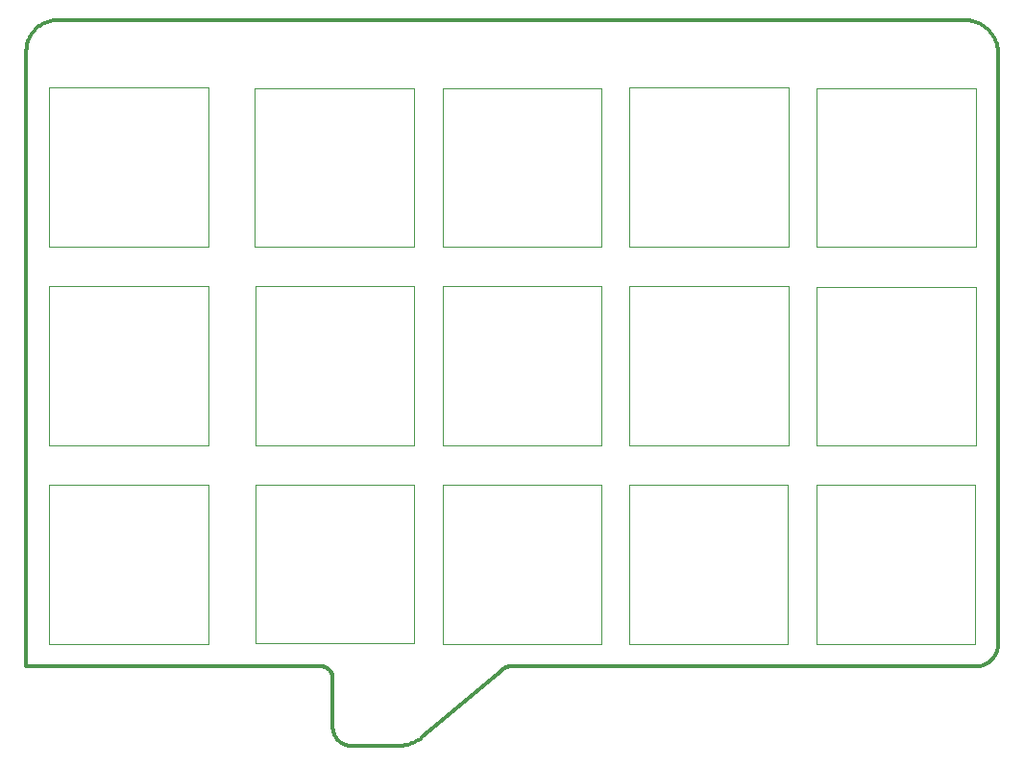
<source format=gko>
%TF.GenerationSoftware,KiCad,Pcbnew,(6.0.6)*%
%TF.CreationDate,2022-09-19T19:52:02+09:00*%
%TF.ProjectId,split-mini_top__1,73706c69-742d-46d6-996e-695f746f705f,rev?*%
%TF.SameCoordinates,Original*%
%TF.FileFunction,Profile,NP*%
%FSLAX46Y46*%
G04 Gerber Fmt 4.6, Leading zero omitted, Abs format (unit mm)*
G04 Created by KiCad (PCBNEW (6.0.6)) date 2022-09-19 19:52:02*
%MOMM*%
%LPD*%
G01*
G04 APERTURE LIST*
%TA.AperFunction,Profile*%
%ADD10C,0.349999*%
%TD*%
%TA.AperFunction,Profile*%
%ADD11C,0.120000*%
%TD*%
G04 APERTURE END LIST*
D10*
X106588712Y-23174091D02*
X106620048Y-23313056D01*
X106550684Y-23037060D02*
X106588712Y-23174091D01*
X106676490Y-75980373D02*
X106676460Y-75198215D01*
X106676490Y-75980373D02*
X106676490Y-75980373D01*
X106673900Y-76082711D02*
X106676490Y-75980373D01*
X106666217Y-76183706D02*
X106673900Y-76082711D01*
X106653568Y-76283232D02*
X106666217Y-76183706D01*
X106636076Y-76381165D02*
X106653568Y-76283232D01*
X106613868Y-76477379D02*
X106636076Y-76381165D01*
X106587067Y-76571750D02*
X106613868Y-76477379D01*
X106555799Y-76664152D02*
X106587067Y-76571750D01*
X106520189Y-76754462D02*
X106555799Y-76664152D01*
X106480362Y-76842553D02*
X106520189Y-76754462D01*
X106436442Y-76928301D02*
X106480362Y-76842553D01*
X106388555Y-77011580D02*
X106436442Y-76928301D01*
X106336825Y-77092267D02*
X106388555Y-77011580D01*
X106281378Y-77170236D02*
X106336825Y-77092267D01*
X106222339Y-77245362D02*
X106281378Y-77170236D01*
X106159832Y-77317520D02*
X106222339Y-77245362D01*
X106093982Y-77386585D02*
X106159832Y-77317520D01*
X106024915Y-77452432D02*
X106093982Y-77386585D01*
X105952755Y-77514937D02*
X106024915Y-77452432D01*
X105877627Y-77573974D02*
X105952755Y-77514937D01*
X105799656Y-77629418D02*
X105877627Y-77573974D01*
X105718968Y-77681145D02*
X105799656Y-77629418D01*
X105635686Y-77729029D02*
X105718968Y-77681145D01*
X105549937Y-77772945D02*
X105635686Y-77729029D01*
X105461844Y-77812769D02*
X105549937Y-77772945D01*
X105371534Y-77848376D02*
X105461844Y-77812769D01*
X105279130Y-77879640D02*
X105371534Y-77848376D01*
X105184759Y-77906437D02*
X105279130Y-77879640D01*
X105088544Y-77928642D02*
X105184759Y-77906437D01*
X104990611Y-77946130D02*
X105088544Y-77928642D01*
X104891084Y-77958775D02*
X104990611Y-77946130D01*
X104790089Y-77966454D02*
X104891084Y-77958775D01*
X104687751Y-77969040D02*
X104790089Y-77966454D01*
X104687751Y-77969040D02*
X104687751Y-77969040D01*
X63738792Y-77969074D02*
X104687751Y-77969040D01*
X63738792Y-77969074D02*
X63738792Y-77969074D01*
X63684204Y-77970280D02*
X63738792Y-77969074D01*
X63629912Y-77973889D02*
X63684204Y-77970280D01*
X63575990Y-77979873D02*
X63629912Y-77973889D01*
X63522511Y-77988206D02*
X63575990Y-77979873D01*
X63469550Y-77998861D02*
X63522511Y-77988206D01*
X63417179Y-78011810D02*
X63469550Y-77998861D01*
X63365474Y-78027026D02*
X63417179Y-78011810D01*
X63314507Y-78044482D02*
X63365474Y-78027026D01*
X63264353Y-78064151D02*
X63314507Y-78044482D01*
X63215085Y-78086006D02*
X63264353Y-78064151D01*
X63166777Y-78110020D02*
X63215085Y-78086006D01*
X63119504Y-78136166D02*
X63166777Y-78110020D01*
X63073337Y-78164416D02*
X63119504Y-78136166D01*
X63028352Y-78194744D02*
X63073337Y-78164416D01*
X62984623Y-78227122D02*
X63028352Y-78194744D01*
X62942222Y-78261524D02*
X62984623Y-78227122D01*
X62942222Y-78261524D02*
X62942222Y-78261524D01*
X55995387Y-84158474D02*
X62942222Y-78261524D01*
X55995387Y-84158474D02*
X55995387Y-84158474D01*
X55877891Y-84253813D02*
X55995387Y-84158474D01*
X55756712Y-84343545D02*
X55877891Y-84253813D01*
X55632055Y-84427595D02*
X55756712Y-84343545D01*
X55504124Y-84505888D02*
X55632055Y-84427595D01*
X55373124Y-84578349D02*
X55504124Y-84505888D01*
X55239258Y-84644903D02*
X55373124Y-84578349D01*
X55102732Y-84705475D02*
X55239258Y-84644903D01*
X54963750Y-84759990D02*
X55102732Y-84705475D01*
X54822516Y-84808372D02*
X54963750Y-84759990D01*
X54679235Y-84850547D02*
X54822516Y-84808372D01*
X54534110Y-84886439D02*
X54679235Y-84850547D01*
X54387347Y-84915974D02*
X54534110Y-84886439D01*
X54239150Y-84939076D02*
X54387347Y-84915974D01*
X54089723Y-84955670D02*
X54239150Y-84939076D01*
X53939271Y-84965682D02*
X54089723Y-84955670D01*
X53787998Y-84969036D02*
X53939271Y-84965682D01*
X53787998Y-84969036D02*
X53787998Y-84969036D01*
X49678930Y-84969074D02*
X53787998Y-84969036D01*
X49678930Y-84969074D02*
X49678930Y-84969074D01*
X49596988Y-84967043D02*
X49678930Y-84969074D01*
X49515603Y-84960988D02*
X49596988Y-84967043D01*
X49434910Y-84950965D02*
X49515603Y-84960988D01*
X49355044Y-84937030D02*
X49434910Y-84950965D01*
X49276141Y-84919238D02*
X49355044Y-84937030D01*
X49198336Y-84897647D02*
X49276141Y-84919238D01*
X49121764Y-84872313D02*
X49198336Y-84897647D01*
X49046561Y-84843290D02*
X49121764Y-84872313D01*
X48972862Y-84810636D02*
X49046561Y-84843290D01*
X48900803Y-84774407D02*
X48972862Y-84810636D01*
X48830519Y-84734658D02*
X48900803Y-84774407D01*
X48762145Y-84691446D02*
X48830519Y-84734658D01*
X48695818Y-84644827D02*
X48762145Y-84691446D01*
X48631672Y-84594857D02*
X48695818Y-84644827D01*
X48569842Y-84541592D02*
X48631672Y-84594857D01*
X48510465Y-84485088D02*
X48569842Y-84541592D01*
X48510465Y-84485088D02*
X48510465Y-84485088D01*
X48453960Y-84425711D02*
X48510465Y-84485088D01*
X48400693Y-84363881D02*
X48453960Y-84425711D01*
X48350722Y-84299735D02*
X48400693Y-84363881D01*
X48304101Y-84233407D02*
X48350722Y-84299735D01*
X48260888Y-84165033D02*
X48304101Y-84233407D01*
X48221138Y-84094747D02*
X48260888Y-84165033D01*
X48184908Y-84022687D02*
X48221138Y-84094747D01*
X48152252Y-83948986D02*
X48184908Y-84022687D01*
X48123229Y-83873781D02*
X48152252Y-83948986D01*
X48097893Y-83797207D02*
X48123229Y-83873781D01*
X48076301Y-83719398D02*
X48097893Y-83797207D01*
X48058510Y-83640491D02*
X48076301Y-83719398D01*
X48044574Y-83560621D02*
X48058510Y-83640491D01*
X48034550Y-83479923D02*
X48044574Y-83560621D01*
X48028495Y-83398533D02*
X48034550Y-83479923D01*
X48026464Y-83316585D02*
X48028495Y-83398533D01*
X48026464Y-83316585D02*
X48026464Y-83316585D01*
X48026494Y-78995773D02*
X48026464Y-83316585D01*
X48026494Y-78995773D02*
X48026494Y-78995773D01*
X48025232Y-78944859D02*
X48026494Y-78995773D01*
X48021470Y-78894291D02*
X48025232Y-78944859D01*
X48015242Y-78844153D02*
X48021470Y-78894291D01*
X48006583Y-78794529D02*
X48015242Y-78844153D01*
X47995528Y-78745503D02*
X48006583Y-78794529D01*
X47982112Y-78697159D02*
X47995528Y-78745503D01*
X47966370Y-78649581D02*
X47982112Y-78697159D01*
X47948336Y-78602854D02*
X47966370Y-78649581D01*
X47928046Y-78557062D02*
X47948336Y-78602854D01*
X47905534Y-78512288D02*
X47928046Y-78557062D01*
X47880835Y-78468618D02*
X47905534Y-78512288D01*
X47853984Y-78426135D02*
X47880835Y-78468618D01*
X47825016Y-78384923D02*
X47853984Y-78426135D01*
X47793966Y-78345066D02*
X47825016Y-78384923D01*
X47760869Y-78306649D02*
X47793966Y-78345066D01*
X47725759Y-78269756D02*
X47760869Y-78306649D01*
X47725759Y-78269756D02*
X47725759Y-78269756D01*
X47688864Y-78234648D02*
X47725759Y-78269756D01*
X47650446Y-78201551D02*
X47688864Y-78234648D01*
X47610588Y-78170503D02*
X47650446Y-78201551D01*
X47569375Y-78141536D02*
X47610588Y-78170503D01*
X47526890Y-78114686D02*
X47569375Y-78141536D01*
X47483219Y-78089989D02*
X47526890Y-78114686D01*
X47438444Y-78067478D02*
X47483219Y-78089989D01*
X47392651Y-78047189D02*
X47438444Y-78067478D01*
X47345923Y-78029156D02*
X47392651Y-78047189D01*
X47298345Y-78013415D02*
X47345923Y-78029156D01*
X47250000Y-78000000D02*
X47298345Y-78013415D01*
X47200974Y-77988946D02*
X47250000Y-78000000D01*
X47151350Y-77980288D02*
X47200974Y-77988946D01*
X47101211Y-77974061D02*
X47151350Y-77980288D01*
X47050644Y-77970300D02*
X47101211Y-77974061D01*
X46999730Y-77969040D02*
X47050644Y-77970300D01*
X46999730Y-77969040D02*
X46999730Y-77969040D01*
X32022421Y-77969040D02*
X46999730Y-77969040D01*
X106676490Y-23883483D02*
X106676460Y-75198215D01*
X106676490Y-23883483D02*
X106676490Y-23883483D01*
X106672912Y-23739168D02*
X106676490Y-23883483D01*
X106662246Y-23595833D02*
X106672912Y-23739168D01*
X106644592Y-23453717D02*
X106662246Y-23595833D01*
X106620048Y-23313056D02*
X106644592Y-23453717D01*
X106506063Y-22902201D02*
X106550684Y-23037060D01*
X106454947Y-22769752D02*
X106506063Y-22902201D01*
X106397435Y-22639953D02*
X106454947Y-22769752D01*
X106333626Y-22513042D02*
X106397435Y-22639953D01*
X106263618Y-22389258D02*
X106333626Y-22513042D01*
X106187512Y-22268838D02*
X106263618Y-22389258D01*
X106105404Y-22152022D02*
X106187512Y-22268838D01*
X106017395Y-22039047D02*
X106105404Y-22152022D01*
X105923582Y-21930154D02*
X106017395Y-22039047D01*
X105824066Y-21825579D02*
X105923582Y-21930154D01*
X105824066Y-21825579D02*
X105824066Y-21825579D01*
X105719490Y-21726063D02*
X105824066Y-21825579D01*
X105610596Y-21632252D02*
X105719490Y-21726063D01*
X105497621Y-21544243D02*
X105610596Y-21632252D01*
X105380804Y-21462137D02*
X105497621Y-21544243D01*
X105260384Y-21386031D02*
X105380804Y-21462137D01*
X105136598Y-21316025D02*
X105260384Y-21386031D01*
X105009686Y-21252217D02*
X105136598Y-21316025D01*
X104879886Y-21194707D02*
X105009686Y-21252217D01*
X104747437Y-21143592D02*
X104879886Y-21194707D01*
X104612577Y-21098973D02*
X104747437Y-21143592D01*
X104475545Y-21060947D02*
X104612577Y-21098973D01*
X104336579Y-21029613D02*
X104475545Y-21060947D01*
X104195918Y-21005071D02*
X104336579Y-21029613D01*
X104053801Y-20987419D02*
X104195918Y-21005071D01*
X103910465Y-20976755D02*
X104053801Y-20987419D01*
X103766151Y-20973180D02*
X103910465Y-20976755D01*
X103766151Y-20973180D02*
X103766151Y-20973180D01*
X23744193Y-20973183D02*
X103766151Y-20973180D01*
X23744193Y-20973183D02*
X23744193Y-20973183D01*
X23604334Y-20976740D02*
X23744193Y-20973183D01*
X23466311Y-20987255D02*
X23604334Y-20976740D01*
X23330296Y-21004558D02*
X23466311Y-20987255D01*
X23196458Y-21028477D02*
X23330296Y-21004558D01*
X23064970Y-21058842D02*
X23196458Y-21028477D01*
X22936001Y-21095482D02*
X23064970Y-21058842D01*
X22809722Y-21138226D02*
X22936001Y-21095482D01*
X22686304Y-21186904D02*
X22809722Y-21138226D01*
X22565918Y-21241345D02*
X22686304Y-21186904D01*
X22448735Y-21301378D02*
X22565918Y-21241345D01*
X22334925Y-21366832D02*
X22448735Y-21301378D01*
X22224658Y-21437537D02*
X22334925Y-21366832D01*
X22118106Y-21513322D02*
X22224658Y-21437537D01*
X22015440Y-21594016D02*
X22118106Y-21513322D01*
X21916830Y-21679448D02*
X22015440Y-21594016D01*
X21822446Y-21769448D02*
X21916830Y-21679448D01*
X21732460Y-21863845D02*
X21822446Y-21769448D01*
X21647042Y-21962468D02*
X21732460Y-21863845D01*
X21566363Y-22065146D02*
X21647042Y-21962468D01*
X21490594Y-22171709D02*
X21566363Y-22065146D01*
X21419906Y-22281985D02*
X21490594Y-22171709D01*
X21354468Y-22395805D02*
X21419906Y-22281985D01*
X21294452Y-22512997D02*
X21354468Y-22395805D01*
X21240029Y-22633391D02*
X21294452Y-22512997D01*
X21191370Y-22756816D02*
X21240029Y-22633391D01*
X21148644Y-22883101D02*
X21191370Y-22756816D01*
X21112023Y-23012075D02*
X21148644Y-22883101D01*
X21081678Y-23143568D02*
X21112023Y-23012075D01*
X21057778Y-23277408D02*
X21081678Y-23143568D01*
X21040496Y-23413426D02*
X21057778Y-23277408D01*
X21026466Y-23691310D02*
X21040496Y-23413426D01*
X21026466Y-23691310D02*
X21026466Y-23691310D01*
X21026466Y-77969040D02*
X21026466Y-23691310D01*
X21026466Y-77969040D02*
X21026466Y-77969040D01*
X32022421Y-77969040D02*
X21026466Y-77969040D01*
D11*
%TO.C,SW6*%
X23040000Y-44460000D02*
X23040000Y-58460000D01*
X23040000Y-58460000D02*
X37040000Y-58460000D01*
X37040000Y-44460000D02*
X23040000Y-44460000D01*
X37040000Y-58460000D02*
X37040000Y-44460000D01*
%TO.C,SW11*%
X37050000Y-61960000D02*
X23050000Y-61960000D01*
X23050000Y-61960000D02*
X23050000Y-75960000D01*
X37050000Y-75960000D02*
X37050000Y-61960000D01*
X23050000Y-75960000D02*
X37050000Y-75960000D01*
%TO.C,SW9*%
X74170000Y-44460000D02*
X74170000Y-58460000D01*
X88170000Y-58460000D02*
X88170000Y-44460000D01*
X88170000Y-44460000D02*
X74170000Y-44460000D01*
X74170000Y-58460000D02*
X88170000Y-58460000D01*
%TO.C,SW3*%
X57710000Y-40950000D02*
X71710000Y-40950000D01*
X71710000Y-40950000D02*
X71710000Y-26950000D01*
X71710000Y-26950000D02*
X57710000Y-26950000D01*
X57710000Y-26950000D02*
X57710000Y-40950000D01*
%TO.C,SW5*%
X90690000Y-40960000D02*
X104690000Y-40960000D01*
X90690000Y-26960000D02*
X90690000Y-40960000D01*
X104690000Y-40960000D02*
X104690000Y-26960000D01*
X104690000Y-26960000D02*
X90690000Y-26960000D01*
%TO.C,SW15*%
X90670000Y-75960000D02*
X104670000Y-75960000D01*
X104670000Y-75960000D02*
X104670000Y-61960000D01*
X90670000Y-61960000D02*
X90670000Y-75960000D01*
X104670000Y-61960000D02*
X90670000Y-61960000D01*
%TO.C,SW7*%
X55180000Y-58450000D02*
X55180000Y-44450000D01*
X41180000Y-44450000D02*
X41180000Y-58450000D01*
X41180000Y-58450000D02*
X55180000Y-58450000D01*
X55180000Y-44450000D02*
X41180000Y-44450000D01*
%TO.C,SW8*%
X57710000Y-44460000D02*
X57710000Y-58460000D01*
X71710000Y-44460000D02*
X57710000Y-44460000D01*
X57710000Y-58460000D02*
X71710000Y-58460000D01*
X71710000Y-58460000D02*
X71710000Y-44460000D01*
%TO.C,SW10*%
X90680000Y-44470000D02*
X90680000Y-58470000D01*
X104680000Y-58470000D02*
X104680000Y-44470000D01*
X90680000Y-58470000D02*
X104680000Y-58470000D01*
X104680000Y-44470000D02*
X90680000Y-44470000D01*
%TO.C,SW2*%
X41170000Y-40950000D02*
X55170000Y-40950000D01*
X55170000Y-40950000D02*
X55170000Y-26950000D01*
X41170000Y-26950000D02*
X41170000Y-40950000D01*
X55170000Y-26950000D02*
X41170000Y-26950000D01*
%TO.C,SW13*%
X71740000Y-75980000D02*
X71740000Y-61980000D01*
X57740000Y-61980000D02*
X57740000Y-75980000D01*
X71740000Y-61980000D02*
X57740000Y-61980000D01*
X57740000Y-75980000D02*
X71740000Y-75980000D01*
%TO.C,SW12*%
X41180000Y-61940000D02*
X41180000Y-75940000D01*
X41180000Y-75940000D02*
X55180000Y-75940000D01*
X55180000Y-75940000D02*
X55180000Y-61940000D01*
X55180000Y-61940000D02*
X41180000Y-61940000D01*
%TO.C,SW14*%
X74160000Y-75960000D02*
X88160000Y-75960000D01*
X88160000Y-61960000D02*
X74160000Y-61960000D01*
X88160000Y-75960000D02*
X88160000Y-61960000D01*
X74160000Y-61960000D02*
X74160000Y-75960000D01*
%TO.C,SW1*%
X23040000Y-26930000D02*
X23040000Y-40930000D01*
X37040000Y-26930000D02*
X23040000Y-26930000D01*
X23040000Y-40930000D02*
X37040000Y-40930000D01*
X37040000Y-40930000D02*
X37040000Y-26930000D01*
%TO.C,SW4*%
X74180000Y-40930000D02*
X88180000Y-40930000D01*
X74180000Y-26930000D02*
X74180000Y-40930000D01*
X88180000Y-40930000D02*
X88180000Y-26930000D01*
X88180000Y-26930000D02*
X74180000Y-26930000D01*
%TD*%
M02*

</source>
